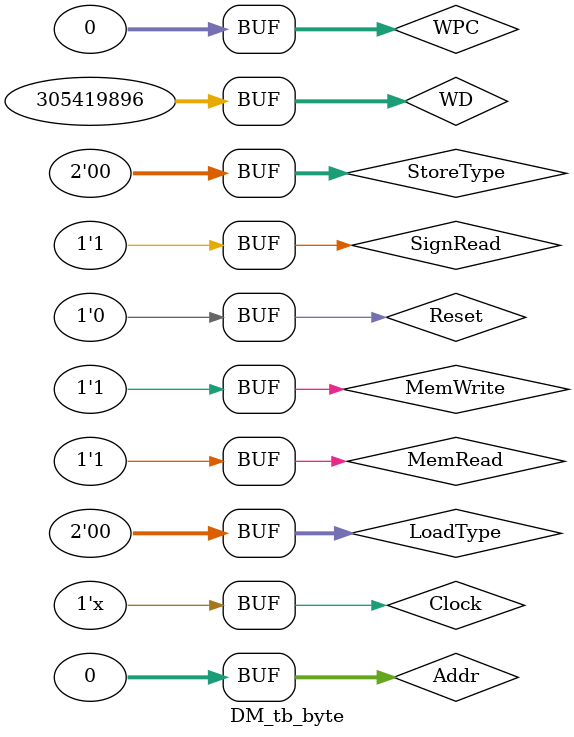
<source format=v>
`timescale 1ns / 1ps
`include "DM.v"
module DM_tb_byte;

	// Inputs
	reg MemWrite;
	reg MemRead;
	reg [1:0] StoreType;
	reg [1:0] LoadType;
	reg SignRead;
	reg Clock;
	reg Reset;
	reg [31:0] WPC;
	reg [31:0] Addr;
	reg [31:0] WD;

	// Outputs
	wire [31:0] RD;

	// Instantiate the Unit Under Test (UUT)
	DM uut (
		.MemWrite(MemWrite), 
		.MemRead(MemRead), 
		.StoreType(StoreType), 
		.LoadType(LoadType), 
		.SignRead(SignRead), 
		.Clock(Clock), 
		.Reset(Reset), 
		.WPC(WPC), 
		.Addr(Addr), 
		.WD(WD), 
		.RD(RD)
	);

	initial begin
		// Initialize Inputs
		MemWrite = 0;
		MemRead = 0;
		StoreType = 0;
		LoadType = 0;
		SignRead = 0;
		Clock = 0;
		Reset = 0;
		WPC = 0;
		Addr = 0;
		WD = 0;
		#10;
		// 1 0x123456678
		MemWrite = 1;
		MemRead = 0;
		StoreType = 0;
		LoadType = 0;
		SignRead = 0;
		WPC = 0;
		Addr = 0;
		WD = 32'h12345678;
		#10;
		// 2 0xaabb5678
		MemWrite = 1;
		MemRead = 0;
		StoreType = 1;
		LoadType = 0;
		SignRead = 0;
		WPC = 0;
		Addr = 2;
		WD = 32'h0000aabb;
		#10;
		// 3 0xaabb56dd
		MemWrite = 1;
		MemRead = 0;
		StoreType = 2;
		LoadType = 0;
		SignRead = 0;
		WPC = 0;
		Addr = 0;
		WD = 32'haabbccdd;
		#10;
		// 3 0xeebb56dd
		MemWrite = 1;
		MemRead = 0;
		StoreType = 2;
		LoadType = 0;
		SignRead = 0;
		WPC = 0;
		Addr = 3;
		WD = 32'haabbccee;
		#10;
		// 5 -> RD = 0xffffffdd
		MemWrite = 0;
		MemRead = 1;
		StoreType = 0;
		LoadType = 2;
		SignRead = 1;
		WPC = 0;
		Addr = 0;
		WD = 32'h12345678;
		#10;
		// 6 -> RD = 0x000000dd
		MemWrite = 0;
		MemRead = 1;
		StoreType = 0;
		LoadType = 2;
		SignRead = 0;
		WPC = 0;
		Addr = 0;
		WD = 32'h12345678;
		#10;
		// 7 -> RD = 0x000000dd
		MemWrite = 0;
		MemRead = 1;
		StoreType = 0;
		LoadType = 2;
		SignRead = 0;
		WPC = 0;
		Addr = 0;
		WD = 32'h12345678;
		#10;		
		// 8 -> RD = 0x000056dd
		MemWrite = 0;
		MemRead = 1;
		StoreType = 0;
		LoadType = 1;
		SignRead = 1;
		WPC = 0;
		Addr = 0;
		WD = 32'h12345678;
		#10;	
		// 9 -> RD = 0x000056dd
		MemWrite = 0;
		MemRead = 1;
		StoreType = 0;
		LoadType = 1;
		SignRead = 0;
		WPC = 0;
		Addr = 0;
		WD = 32'h12345678;
		#10;
		// 10 -> RD = 0xffffeebb
		MemWrite = 0;
		MemRead = 1;
		StoreType = 0;
		LoadType = 1;
		SignRead = 1;
		WPC = 0;
		Addr = 2;
		WD = 32'h12345678;
		#10;
		// 11 -> RD = 0xeebb78dd -> 0x12345678
		MemWrite = 1;
		MemRead = 1;
		StoreType = 0;
		LoadType = 0;
		SignRead = 1;
		WPC = 0;
		Addr = 0;
		WD = 32'h12345678;
		#10;			
        
		// Add stimulus here

	end
	
	always #5 Clock = ~Clock;
      
endmodule


</source>
